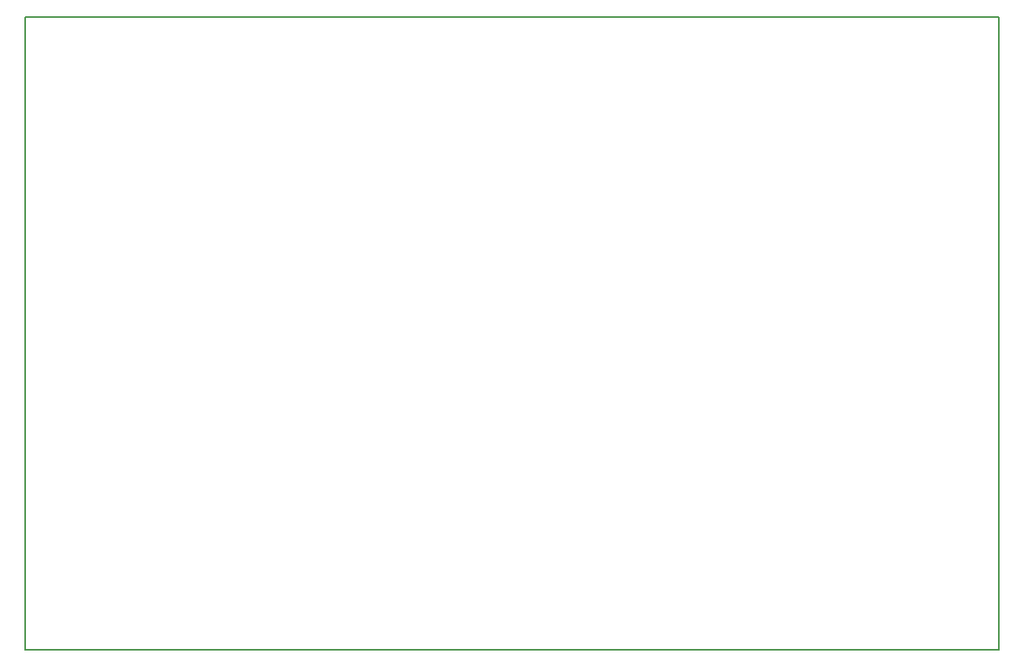
<source format=gm1>
G04 #@! TF.FileFunction,Profile,NP*
%FSLAX46Y46*%
G04 Gerber Fmt 4.6, Leading zero omitted, Abs format (unit mm)*
G04 Created by KiCad (PCBNEW 4.0.6) date Sat Aug 26 00:36:03 2017*
%MOMM*%
%LPD*%
G01*
G04 APERTURE LIST*
%ADD10C,0.100000*%
%ADD11C,0.152400*%
G04 APERTURE END LIST*
D10*
D11*
X226057460Y-115638580D02*
X226065080Y-115638580D01*
X226057460Y-116448840D02*
X226057460Y-115638580D01*
X209316320Y-116448840D02*
X226057460Y-116448840D01*
X226062540Y-50411380D02*
X226062540Y-115999260D01*
X209334100Y-50411380D02*
X226062540Y-50411380D01*
X126360000Y-50410000D02*
X126360000Y-50400000D01*
X124460000Y-50410000D02*
X126360000Y-50410000D01*
X124460000Y-116450000D02*
X124460000Y-50410000D01*
X209300000Y-116450000D02*
X124460000Y-116450000D01*
X125790000Y-50410000D02*
X209300000Y-50410000D01*
M02*

</source>
